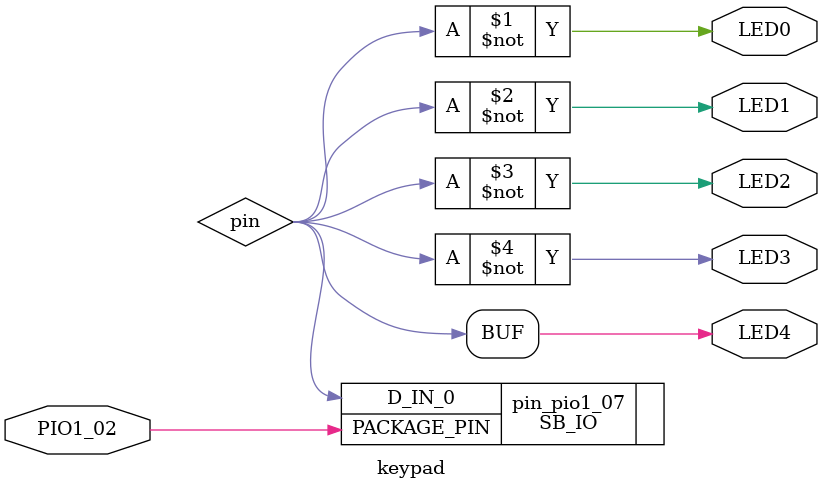
<source format=v>


module keypad(input wire PIO1_02,
              output wire LED0,
              output wire LED1,
              output wire LED2,
              output wire LED3,
              output wire LED4);
  wire pin;

  // PIN_TYPE: <output_type=0>_<input=1>
  SB_IO #(.PIN_TYPE(6'b0000_01),
          .PULLUP(1'b1))
  pin_pio1_07(.PACKAGE_PIN(PIO1_02),
              .D_IN_0(pin));

  assign LED0 = ~pin;
  assign LED1 = ~pin;
  assign LED2 = ~pin;
  assign LED3 = ~pin;
  assign LED4 = pin;
endmodule

</source>
